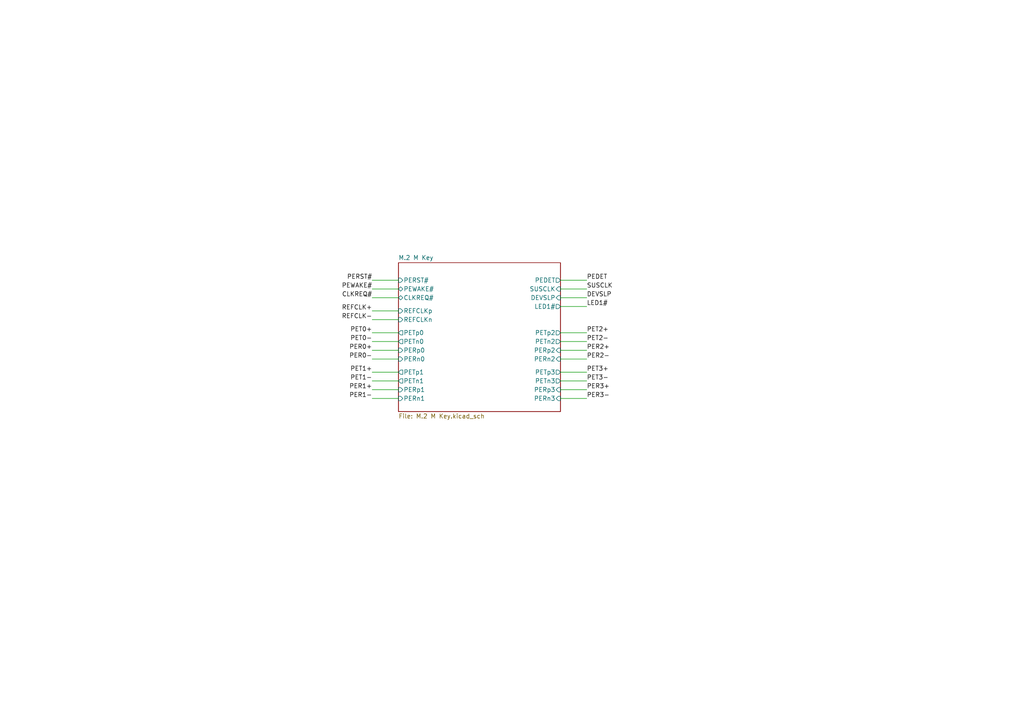
<source format=kicad_sch>
(kicad_sch
	(version 20250114)
	(generator "eeschema")
	(generator_version "9.0")
	(uuid "219a884a-3de7-458b-a1ef-b1ef28e44cf6")
	(paper "A4")
	(lib_symbols)
	(wire
		(pts
			(xy 162.56 113.03) (xy 170.18 113.03)
		)
		(stroke
			(width 0)
			(type default)
		)
		(uuid "1052478f-4204-46e8-9d28-161514a8467f")
	)
	(wire
		(pts
			(xy 107.95 104.14) (xy 115.57 104.14)
		)
		(stroke
			(width 0)
			(type default)
		)
		(uuid "11da5b20-ee46-4062-9796-efa2eb733cf5")
	)
	(wire
		(pts
			(xy 162.56 104.14) (xy 170.18 104.14)
		)
		(stroke
			(width 0)
			(type default)
		)
		(uuid "142255c7-ba96-4685-8e87-96ce78e576dc")
	)
	(wire
		(pts
			(xy 107.95 113.03) (xy 115.57 113.03)
		)
		(stroke
			(width 0)
			(type default)
		)
		(uuid "1e8f48a5-15ba-436c-8ca4-636ce335ff9f")
	)
	(wire
		(pts
			(xy 107.95 99.06) (xy 115.57 99.06)
		)
		(stroke
			(width 0)
			(type default)
		)
		(uuid "1f3973cb-7f50-4eab-a6c9-84a2393840f8")
	)
	(wire
		(pts
			(xy 107.95 107.95) (xy 115.57 107.95)
		)
		(stroke
			(width 0)
			(type default)
		)
		(uuid "24fc25bc-170d-4f18-9138-70c1f7d30829")
	)
	(wire
		(pts
			(xy 107.95 115.57) (xy 115.57 115.57)
		)
		(stroke
			(width 0)
			(type default)
		)
		(uuid "30c09624-6d4a-4b79-8871-5ed68d770044")
	)
	(wire
		(pts
			(xy 162.56 86.36) (xy 170.18 86.36)
		)
		(stroke
			(width 0)
			(type default)
		)
		(uuid "35982bbb-f5ef-4c81-927c-8e6401b92e13")
	)
	(wire
		(pts
			(xy 162.56 99.06) (xy 170.18 99.06)
		)
		(stroke
			(width 0)
			(type default)
		)
		(uuid "39d64628-79df-4278-b6f9-b716f7cbfb82")
	)
	(wire
		(pts
			(xy 107.95 83.82) (xy 115.57 83.82)
		)
		(stroke
			(width 0)
			(type default)
		)
		(uuid "405aa357-843e-4de6-bd75-8b676da531d6")
	)
	(wire
		(pts
			(xy 162.56 110.49) (xy 170.18 110.49)
		)
		(stroke
			(width 0)
			(type default)
		)
		(uuid "536983a5-aa1a-4d4c-8f5e-9ae81ecc5169")
	)
	(wire
		(pts
			(xy 162.56 83.82) (xy 170.18 83.82)
		)
		(stroke
			(width 0)
			(type default)
		)
		(uuid "566df5d7-870c-4af7-ba6d-eadf6a4559fe")
	)
	(wire
		(pts
			(xy 162.56 115.57) (xy 170.18 115.57)
		)
		(stroke
			(width 0)
			(type default)
		)
		(uuid "59be4d12-7e4a-42a6-80d8-ead872a01c5a")
	)
	(wire
		(pts
			(xy 107.95 86.36) (xy 115.57 86.36)
		)
		(stroke
			(width 0)
			(type default)
		)
		(uuid "7eaeede9-d0ff-4f23-82c2-b218bd53b452")
	)
	(wire
		(pts
			(xy 162.56 81.28) (xy 170.18 81.28)
		)
		(stroke
			(width 0)
			(type default)
		)
		(uuid "7f9418bc-ecc9-4f32-b628-9ac1ba1a0e80")
	)
	(wire
		(pts
			(xy 162.56 107.95) (xy 170.18 107.95)
		)
		(stroke
			(width 0)
			(type default)
		)
		(uuid "8041976f-e2b6-480e-85cf-6d2f1f8f5a5d")
	)
	(wire
		(pts
			(xy 162.56 88.9) (xy 170.18 88.9)
		)
		(stroke
			(width 0)
			(type default)
		)
		(uuid "8099d27a-0753-4645-a88e-11bcd03477e8")
	)
	(wire
		(pts
			(xy 107.95 110.49) (xy 115.57 110.49)
		)
		(stroke
			(width 0)
			(type default)
		)
		(uuid "86968f75-3778-4eca-980d-bf57b52fd0a3")
	)
	(wire
		(pts
			(xy 162.56 96.52) (xy 170.18 96.52)
		)
		(stroke
			(width 0)
			(type default)
		)
		(uuid "89cd69bf-3d1a-4a27-ac5f-bc7935f88de8")
	)
	(wire
		(pts
			(xy 162.56 101.6) (xy 170.18 101.6)
		)
		(stroke
			(width 0)
			(type default)
		)
		(uuid "b4bb88eb-67f1-47d0-abe0-24cce10b961c")
	)
	(wire
		(pts
			(xy 107.95 101.6) (xy 115.57 101.6)
		)
		(stroke
			(width 0)
			(type default)
		)
		(uuid "da2e4119-6d81-4c47-bba8-57eca26ed020")
	)
	(wire
		(pts
			(xy 107.95 92.71) (xy 115.57 92.71)
		)
		(stroke
			(width 0)
			(type default)
		)
		(uuid "e4f826b5-9a50-4197-88e2-e8c9176ceb4a")
	)
	(wire
		(pts
			(xy 107.95 90.17) (xy 115.57 90.17)
		)
		(stroke
			(width 0)
			(type default)
		)
		(uuid "e74f91b5-b3b1-4af2-8f42-01d20c5e9add")
	)
	(wire
		(pts
			(xy 107.95 96.52) (xy 115.57 96.52)
		)
		(stroke
			(width 0)
			(type default)
		)
		(uuid "e9af3558-1e1b-4c9b-bf4b-60c6d26e7b51")
	)
	(wire
		(pts
			(xy 107.95 81.28) (xy 115.57 81.28)
		)
		(stroke
			(width 0)
			(type default)
		)
		(uuid "ef216682-d62c-448a-ac23-a2bbb7edc62b")
	)
	(label "CLKREQ#"
		(at 107.95 86.36 180)
		(effects
			(font
				(size 1.27 1.27)
			)
			(justify right bottom)
		)
		(uuid "040c6fac-7576-413d-b713-f1ee0880eef6")
	)
	(label "PET1+"
		(at 107.95 107.95 180)
		(effects
			(font
				(size 1.27 1.27)
			)
			(justify right bottom)
		)
		(uuid "101327c1-db2c-4790-b4c6-4af33b7026ec")
	)
	(label "PER0+"
		(at 107.95 101.6 180)
		(effects
			(font
				(size 1.27 1.27)
			)
			(justify right bottom)
		)
		(uuid "1061cfa0-6407-4049-91ca-218294a0df98")
	)
	(label "PET2-"
		(at 170.18 99.06 0)
		(effects
			(font
				(size 1.27 1.27)
			)
			(justify left bottom)
		)
		(uuid "17b3f87b-5d46-4fbd-bf1d-f026950b6885")
	)
	(label "PET3+"
		(at 170.18 107.95 0)
		(effects
			(font
				(size 1.27 1.27)
			)
			(justify left bottom)
		)
		(uuid "210776a4-0305-4a30-be40-f43dcb005a40")
	)
	(label "DEVSLP"
		(at 170.18 86.36 0)
		(effects
			(font
				(size 1.27 1.27)
			)
			(justify left bottom)
		)
		(uuid "22eaa770-842e-4958-9be7-b72e2c517321")
	)
	(label "PER3+"
		(at 170.18 113.03 0)
		(effects
			(font
				(size 1.27 1.27)
			)
			(justify left bottom)
		)
		(uuid "25d812d1-260b-4803-9990-8107b345a556")
	)
	(label "PERST#"
		(at 107.95 81.28 180)
		(effects
			(font
				(size 1.27 1.27)
			)
			(justify right bottom)
		)
		(uuid "3043d513-aa61-47e4-8619-d1b3b94536ba")
	)
	(label "REFCLK-"
		(at 107.95 92.71 180)
		(effects
			(font
				(size 1.27 1.27)
			)
			(justify right bottom)
		)
		(uuid "3ce0e767-d007-4b52-b746-5cea35cde5bb")
	)
	(label "PET2+"
		(at 170.18 96.52 0)
		(effects
			(font
				(size 1.27 1.27)
			)
			(justify left bottom)
		)
		(uuid "41560403-d527-44ff-93b3-89269d8229a1")
	)
	(label "PER1-"
		(at 107.95 115.57 180)
		(effects
			(font
				(size 1.27 1.27)
			)
			(justify right bottom)
		)
		(uuid "47e46fa8-f1ae-43bd-af60-71f1cb892953")
	)
	(label "REFCLK+"
		(at 107.95 90.17 180)
		(effects
			(font
				(size 1.27 1.27)
			)
			(justify right bottom)
		)
		(uuid "48bd4d1c-ef34-40ce-8d67-75d6630fd643")
	)
	(label "LED1#"
		(at 170.18 88.9 0)
		(effects
			(font
				(size 1.27 1.27)
			)
			(justify left bottom)
		)
		(uuid "5774a832-cc55-4de7-9255-e14f7a580702")
	)
	(label "PET0+"
		(at 107.95 96.52 180)
		(effects
			(font
				(size 1.27 1.27)
			)
			(justify right bottom)
		)
		(uuid "87aa71e5-64de-4622-949d-32b64d9c5038")
	)
	(label "PER0-"
		(at 107.95 104.14 180)
		(effects
			(font
				(size 1.27 1.27)
			)
			(justify right bottom)
		)
		(uuid "906f74c5-429a-4bee-a6e3-4fe3b246ce9e")
	)
	(label "PER3-"
		(at 170.18 115.57 0)
		(effects
			(font
				(size 1.27 1.27)
			)
			(justify left bottom)
		)
		(uuid "95ce3021-d694-43da-9fa8-b130ceaa25de")
	)
	(label "PET3-"
		(at 170.18 110.49 0)
		(effects
			(font
				(size 1.27 1.27)
			)
			(justify left bottom)
		)
		(uuid "9695c1db-82d4-4b44-9ddb-941df50777de")
	)
	(label "SUSCLK"
		(at 170.18 83.82 0)
		(effects
			(font
				(size 1.27 1.27)
			)
			(justify left bottom)
		)
		(uuid "96fa8e0c-938f-4785-87ea-5377d8cd6cb2")
	)
	(label "PER1+"
		(at 107.95 113.03 180)
		(effects
			(font
				(size 1.27 1.27)
			)
			(justify right bottom)
		)
		(uuid "b5c19204-92cf-4604-a5ba-14e9bfa914c8")
	)
	(label "PER2-"
		(at 170.18 104.14 0)
		(effects
			(font
				(size 1.27 1.27)
			)
			(justify left bottom)
		)
		(uuid "bbc7579e-1fb0-482a-bd5b-ba03e2696d18")
	)
	(label "PET0-"
		(at 107.95 99.06 180)
		(effects
			(font
				(size 1.27 1.27)
			)
			(justify right bottom)
		)
		(uuid "c9ff7cef-34ae-47d0-824c-6291e9c16389")
	)
	(label "PET1-"
		(at 107.95 110.49 180)
		(effects
			(font
				(size 1.27 1.27)
			)
			(justify right bottom)
		)
		(uuid "d540b127-e9b5-416b-8a35-594a900fbd08")
	)
	(label "PER2+"
		(at 170.18 101.6 0)
		(effects
			(font
				(size 1.27 1.27)
			)
			(justify left bottom)
		)
		(uuid "f3353759-2372-459f-af6e-e8800c85db41")
	)
	(label "PEWAKE#"
		(at 107.95 83.82 180)
		(effects
			(font
				(size 1.27 1.27)
			)
			(justify right bottom)
		)
		(uuid "f467925c-04b3-42ea-93cb-c0b82acd19ab")
	)
	(label "PEDET"
		(at 170.18 81.28 0)
		(effects
			(font
				(size 1.27 1.27)
			)
			(justify left bottom)
		)
		(uuid "fc715f34-3ecd-4818-bb1d-e577b6233bbc")
	)
	(sheet
		(at 115.57 76.2)
		(size 46.99 43.18)
		(exclude_from_sim no)
		(in_bom yes)
		(on_board yes)
		(dnp no)
		(fields_autoplaced yes)
		(stroke
			(width 0.1524)
			(type solid)
		)
		(fill
			(color 0 0 0 0.0000)
		)
		(uuid "fe45642c-7e29-4b13-a620-3dcf8308ed1b")
		(property "Sheetname" "M.2 M Key"
			(at 115.57 75.4884 0)
			(effects
				(font
					(size 1.27 1.27)
				)
				(justify left bottom)
			)
		)
		(property "Sheetfile" "M.2 M Key.kicad_sch"
			(at 115.57 119.9646 0)
			(effects
				(font
					(size 1.27 1.27)
				)
				(justify left top)
			)
		)
		(pin "PERST#" input
			(at 115.57 81.28 180)
			(uuid "4cc1be06-80f8-451e-bc95-ee674c8a3b1e")
			(effects
				(font
					(size 1.27 1.27)
				)
				(justify left)
			)
		)
		(pin "PEWAKE#" bidirectional
			(at 115.57 83.82 180)
			(uuid "885b4910-3e2c-4639-b916-bc50616d1fae")
			(effects
				(font
					(size 1.27 1.27)
				)
				(justify left)
			)
		)
		(pin "CLKREQ#" bidirectional
			(at 115.57 86.36 180)
			(uuid "548ac42d-44e7-4b9d-9cc9-72a52ead2fe4")
			(effects
				(font
					(size 1.27 1.27)
				)
				(justify left)
			)
		)
		(pin "REFCLKp" input
			(at 115.57 90.17 180)
			(uuid "4d5add43-6863-4583-b7ba-704cc9b68b21")
			(effects
				(font
					(size 1.27 1.27)
				)
				(justify left)
			)
		)
		(pin "REFCLKn" input
			(at 115.57 92.71 180)
			(uuid "2fa26cf0-761a-4cc5-b4e6-617e24d34186")
			(effects
				(font
					(size 1.27 1.27)
				)
				(justify left)
			)
		)
		(pin "PETp0" output
			(at 115.57 96.52 180)
			(uuid "98adf65f-1d6a-43a9-bf89-286312e7f86c")
			(effects
				(font
					(size 1.27 1.27)
				)
				(justify left)
			)
		)
		(pin "PERp0" input
			(at 115.57 101.6 180)
			(uuid "9aace137-8d92-4705-8d17-de605381b23f")
			(effects
				(font
					(size 1.27 1.27)
				)
				(justify left)
			)
		)
		(pin "PETn0" output
			(at 115.57 99.06 180)
			(uuid "ba712e65-1241-4e76-9420-0b85fdf91fd8")
			(effects
				(font
					(size 1.27 1.27)
				)
				(justify left)
			)
		)
		(pin "PERn0" input
			(at 115.57 104.14 180)
			(uuid "9607f4b9-0a5a-4fe9-bf2b-d3e340f59260")
			(effects
				(font
					(size 1.27 1.27)
				)
				(justify left)
			)
		)
		(pin "PETp1" output
			(at 115.57 107.95 180)
			(uuid "11689996-bcce-4026-bd1a-129392c1b734")
			(effects
				(font
					(size 1.27 1.27)
				)
				(justify left)
			)
		)
		(pin "PETn1" output
			(at 115.57 110.49 180)
			(uuid "2c40ee7e-9e8f-4f98-8837-ecdf0599638a")
			(effects
				(font
					(size 1.27 1.27)
				)
				(justify left)
			)
		)
		(pin "PERn1" input
			(at 115.57 115.57 180)
			(uuid "5d80bcf7-5bff-4bfa-b49b-bb126b01f3f5")
			(effects
				(font
					(size 1.27 1.27)
				)
				(justify left)
			)
		)
		(pin "PERp1" input
			(at 115.57 113.03 180)
			(uuid "62d677ce-ae8b-4206-9574-6158ff65e8ec")
			(effects
				(font
					(size 1.27 1.27)
				)
				(justify left)
			)
		)
		(pin "PETn2" output
			(at 162.56 99.06 0)
			(uuid "76820379-bc0a-4162-8b27-300381a2f110")
			(effects
				(font
					(size 1.27 1.27)
				)
				(justify right)
			)
		)
		(pin "PETp2" output
			(at 162.56 96.52 0)
			(uuid "522efcad-072d-45c0-89dc-4669b14df41d")
			(effects
				(font
					(size 1.27 1.27)
				)
				(justify right)
			)
		)
		(pin "PERp2" input
			(at 162.56 101.6 0)
			(uuid "08045ffa-350a-4854-ad09-8aa924bb64c0")
			(effects
				(font
					(size 1.27 1.27)
				)
				(justify right)
			)
		)
		(pin "PERn2" input
			(at 162.56 104.14 0)
			(uuid "9f4d2cdd-3aed-4edb-8668-1daccdcd9fc3")
			(effects
				(font
					(size 1.27 1.27)
				)
				(justify right)
			)
		)
		(pin "PETp3" output
			(at 162.56 107.95 0)
			(uuid "2e95826a-f586-43d9-a525-fce65be5550c")
			(effects
				(font
					(size 1.27 1.27)
				)
				(justify right)
			)
		)
		(pin "PETn3" output
			(at 162.56 110.49 0)
			(uuid "18f184e5-f6b2-41c7-8f8f-b5df5aa620d0")
			(effects
				(font
					(size 1.27 1.27)
				)
				(justify right)
			)
		)
		(pin "PERn3" input
			(at 162.56 115.57 0)
			(uuid "e0004a0e-4c8c-4a96-abf1-040b1c37fb81")
			(effects
				(font
					(size 1.27 1.27)
				)
				(justify right)
			)
		)
		(pin "PERp3" input
			(at 162.56 113.03 0)
			(uuid "20a94620-eba8-4f8e-b9f0-2eb76bfd8ab2")
			(effects
				(font
					(size 1.27 1.27)
				)
				(justify right)
			)
		)
		(pin "PEDET" output
			(at 162.56 81.28 0)
			(uuid "ddc2e50d-2573-451d-8579-9af93e425431")
			(effects
				(font
					(size 1.27 1.27)
				)
				(justify right)
			)
		)
		(pin "SUSCLK" input
			(at 162.56 83.82 0)
			(uuid "effe5f21-0e09-4a78-b2c5-b6749b861538")
			(effects
				(font
					(size 1.27 1.27)
				)
				(justify right)
			)
		)
		(pin "DEVSLP" input
			(at 162.56 86.36 0)
			(uuid "94900d67-c3ee-4100-acd7-01b867b17e18")
			(effects
				(font
					(size 1.27 1.27)
				)
				(justify right)
			)
		)
		(pin "LED1#" output
			(at 162.56 88.9 0)
			(uuid "4142171d-b35e-44da-8f3b-3876eda6b8ca")
			(effects
				(font
					(size 1.27 1.27)
				)
				(justify right)
			)
		)
		(instances
			(project "M.2 M Key 2280"
				(path "/219a884a-3de7-458b-a1ef-b1ef28e44cf6"
					(page "2")
				)
			)
		)
	)
	(sheet_instances
		(path "/"
			(page "1")
		)
	)
	(embedded_fonts no)
)

</source>
